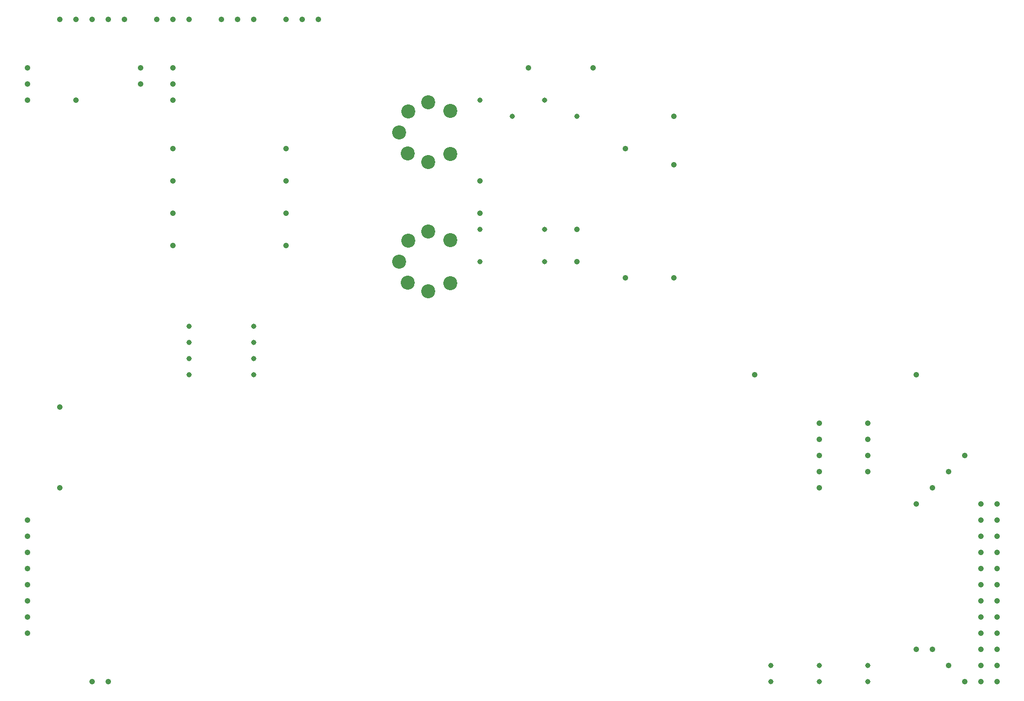
<source format=gbr>
G04 DesignSpark PCB Gerber Version 12.0 Build 5941*
G04 #@! TF.Part,Single*
G04 #@! TF.FilePolarity,Positive*
%FSLAX35Y35*%
%MOIN*%
G04 #@! TA.AperFunction,ComponentDrill*
%ADD71C,0.03150*%
%ADD70C,0.03200*%
G04 #@! TA.AperFunction,MechanicalDrill*
%ADD18C,0.03500*%
%ADD19C,0.08661*%
G04 #@! TD.AperFunction*
X0Y0D02*
D02*
D18*
X20250Y50250D03*
Y60250D03*
Y70250D03*
Y80250D03*
Y90250D03*
Y100250D03*
Y110250D03*
Y120250D03*
Y380250D03*
Y390250D03*
Y400250D03*
X40250Y140250D03*
Y190250D03*
Y430250D03*
X50250Y380250D03*
Y430250D03*
X60250Y20250D03*
Y430250D03*
X70250Y20250D03*
Y430250D03*
X80250D03*
X90250Y390250D03*
Y400250D03*
X100250Y430250D03*
X110250Y290250D03*
Y310250D03*
Y330250D03*
Y350250D03*
Y380250D03*
Y390250D03*
Y400250D03*
Y430250D03*
X120250D03*
X140250D03*
X150250D03*
X160250D03*
X180250Y290250D03*
Y310250D03*
Y330250D03*
Y350250D03*
Y430250D03*
X190250D03*
X200250D03*
X300250Y310250D03*
Y330250D03*
X330250Y400250D03*
X360250Y280250D03*
Y300250D03*
X370250Y400250D03*
X390250Y270250D03*
Y350250D03*
X420250Y270250D03*
Y340250D03*
Y370250D03*
X470250Y210250D03*
X510250Y140250D03*
Y150250D03*
Y160250D03*
Y170250D03*
Y180250D03*
X540250Y150250D03*
Y160250D03*
Y170250D03*
Y180250D03*
X570250Y40250D03*
Y130250D03*
Y210250D03*
X580250Y40250D03*
Y140250D03*
X590250Y30250D03*
Y150250D03*
X600250Y20250D03*
Y160250D03*
X610250Y20250D03*
Y30250D03*
Y40250D03*
Y50250D03*
Y60250D03*
Y70250D03*
Y80250D03*
Y90250D03*
Y100250D03*
Y110250D03*
Y120250D03*
Y130250D03*
X620250Y20250D03*
Y30250D03*
Y40250D03*
Y50250D03*
Y60250D03*
Y70250D03*
Y80250D03*
Y90250D03*
Y100250D03*
Y110250D03*
Y120250D03*
Y130250D03*
D02*
D19*
X250250Y280250D03*
Y360250D03*
X255762Y267258D03*
Y347258D03*
X256156Y293242D03*
Y373242D03*
X268360Y261746D03*
Y298754D03*
Y341746D03*
Y378754D03*
X282140Y266864D03*
Y293636D03*
Y346864D03*
Y373636D03*
D02*
D70*
X120250Y210250D03*
Y220250D03*
Y230250D03*
Y240250D03*
X160250Y210250D03*
Y220250D03*
Y230250D03*
Y240250D03*
X300250Y280250D03*
Y300250D03*
Y380250D03*
X320250Y370250D03*
X340250Y280250D03*
Y300250D03*
Y380250D03*
X360250Y370250D03*
D02*
D71*
X480250Y20250D03*
Y30250D03*
X510250Y20250D03*
Y30250D03*
X540250Y20250D03*
Y30250D03*
X0Y0D02*
M02*

</source>
